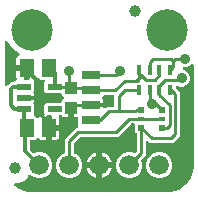
<source format=gbr>
G04 EAGLE Gerber RS-274X export*
G75*
%MOMM*%
%FSLAX34Y34*%
%LPD*%
%INTop Copper*%
%IPPOS*%
%AMOC8*
5,1,8,0,0,1.08239X$1,22.5*%
G01*
%ADD10C,3.516000*%
%ADD11C,1.000000*%
%ADD12R,1.240000X1.500000*%
%ADD13R,1.200000X0.550000*%
%ADD14R,1.000000X1.075000*%
%ADD15C,1.676400*%
%ADD16R,0.450000X0.900000*%
%ADD17R,0.500000X0.500000*%
%ADD18R,0.500000X0.400000*%
%ADD19R,1.600000X0.700000*%
%ADD20C,0.304800*%
%ADD21C,0.906400*%
%ADD22C,0.254000*%

G36*
X138261Y2551D02*
X138261Y2551D01*
X138344Y2552D01*
X138418Y2571D01*
X138441Y2574D01*
X139716Y2541D01*
X139726Y2542D01*
X139749Y2541D01*
X139821Y2541D01*
X139839Y2543D01*
X139888Y2543D01*
X143150Y2715D01*
X143218Y2727D01*
X143287Y2730D01*
X143444Y2766D01*
X149731Y4632D01*
X149840Y4680D01*
X149951Y4721D01*
X150004Y4752D01*
X150022Y4760D01*
X150038Y4773D01*
X150090Y4803D01*
X155493Y8521D01*
X155581Y8600D01*
X155675Y8673D01*
X155715Y8719D01*
X155730Y8733D01*
X155742Y8750D01*
X155781Y8795D01*
X159771Y14000D01*
X159830Y14103D01*
X159897Y14201D01*
X159921Y14257D01*
X159931Y14275D01*
X159936Y14294D01*
X159960Y14349D01*
X162146Y20533D01*
X162161Y20601D01*
X162185Y20665D01*
X162212Y20824D01*
X162552Y24084D01*
X162552Y24102D01*
X162559Y24216D01*
X162559Y110123D01*
X162542Y110261D01*
X162529Y110399D01*
X162522Y110418D01*
X162519Y110438D01*
X162468Y110568D01*
X162421Y110698D01*
X162410Y110715D01*
X162402Y110734D01*
X162321Y110846D01*
X162243Y110961D01*
X162227Y110975D01*
X162216Y110991D01*
X162108Y111080D01*
X162004Y111172D01*
X161986Y111181D01*
X161971Y111194D01*
X161845Y111253D01*
X161721Y111317D01*
X161701Y111321D01*
X161683Y111330D01*
X161546Y111356D01*
X161411Y111386D01*
X161390Y111386D01*
X161371Y111389D01*
X161232Y111381D01*
X161093Y111377D01*
X161073Y111371D01*
X161053Y111370D01*
X160921Y111327D01*
X160787Y111288D01*
X160770Y111278D01*
X160751Y111272D01*
X160633Y111197D01*
X160513Y111127D01*
X160492Y111108D01*
X160482Y111101D01*
X160468Y111086D01*
X160393Y111020D01*
X158946Y109574D01*
X156347Y108497D01*
X154479Y108497D01*
X154410Y108489D01*
X154340Y108490D01*
X154253Y108469D01*
X154164Y108457D01*
X154099Y108432D01*
X154031Y108415D01*
X153951Y108373D01*
X153868Y108340D01*
X153812Y108299D01*
X153750Y108267D01*
X153683Y108206D01*
X153611Y108154D01*
X153566Y108100D01*
X153515Y108053D01*
X153465Y107978D01*
X153408Y107909D01*
X153378Y107845D01*
X153340Y107787D01*
X153311Y107702D01*
X153272Y107621D01*
X153259Y107552D01*
X153237Y107486D01*
X153229Y107397D01*
X153213Y107309D01*
X153217Y107239D01*
X153211Y107169D01*
X153227Y107081D01*
X153232Y106991D01*
X153254Y106925D01*
X153266Y106856D01*
X153303Y106774D01*
X153330Y106689D01*
X153368Y106630D01*
X153396Y106566D01*
X153452Y106496D01*
X153501Y106420D01*
X153551Y106372D01*
X153595Y106318D01*
X153667Y106263D01*
X153732Y106202D01*
X153793Y106168D01*
X153849Y106126D01*
X153994Y106055D01*
X156406Y105056D01*
X158396Y103066D01*
X159473Y100467D01*
X159473Y97653D01*
X158396Y95054D01*
X156406Y93064D01*
X153807Y91987D01*
X150993Y91987D01*
X149086Y92777D01*
X149038Y92791D01*
X148993Y92812D01*
X148885Y92832D01*
X148779Y92861D01*
X148729Y92862D01*
X148680Y92871D01*
X148571Y92865D01*
X148461Y92866D01*
X148413Y92855D01*
X148363Y92852D01*
X148259Y92818D01*
X148152Y92792D01*
X148108Y92769D01*
X148061Y92754D01*
X147968Y92695D01*
X147871Y92643D01*
X147834Y92610D01*
X147792Y92583D01*
X147717Y92503D01*
X147635Y92430D01*
X147608Y92388D01*
X147574Y92352D01*
X147521Y92256D01*
X147461Y92164D01*
X147444Y92117D01*
X147420Y92073D01*
X147393Y91967D01*
X147357Y91863D01*
X147353Y91813D01*
X147341Y91765D01*
X147331Y91605D01*
X147331Y91110D01*
X147343Y91012D01*
X147346Y90913D01*
X147363Y90855D01*
X147371Y90794D01*
X147407Y90702D01*
X147435Y90607D01*
X147465Y90555D01*
X147488Y90499D01*
X147546Y90419D01*
X147596Y90333D01*
X147662Y90258D01*
X147674Y90241D01*
X147684Y90234D01*
X147702Y90213D01*
X150623Y87292D01*
X150623Y49984D01*
X145088Y44449D01*
X125432Y44449D01*
X123977Y45903D01*
X123868Y45989D01*
X123761Y46077D01*
X123742Y46086D01*
X123726Y46098D01*
X123598Y46154D01*
X123473Y46213D01*
X123453Y46217D01*
X123434Y46225D01*
X123296Y46247D01*
X123160Y46273D01*
X123140Y46271D01*
X123120Y46274D01*
X122981Y46261D01*
X122843Y46253D01*
X122824Y46247D01*
X122804Y46245D01*
X122672Y46197D01*
X122541Y46155D01*
X122523Y46144D01*
X122504Y46137D01*
X122389Y46059D01*
X122272Y45985D01*
X122258Y45970D01*
X122241Y45958D01*
X122149Y45854D01*
X122054Y45753D01*
X122044Y45735D01*
X122031Y45720D01*
X121967Y45596D01*
X121900Y45474D01*
X121895Y45455D01*
X121886Y45437D01*
X121856Y45301D01*
X121821Y45167D01*
X121819Y45138D01*
X121816Y45127D01*
X121817Y45106D01*
X121811Y45006D01*
X121811Y33872D01*
X119207Y31268D01*
X119207Y31267D01*
X118488Y30549D01*
X118470Y30526D01*
X118447Y30506D01*
X118373Y30400D01*
X118293Y30298D01*
X118281Y30270D01*
X118264Y30246D01*
X118218Y30125D01*
X118167Y30006D01*
X118162Y29977D01*
X118152Y29949D01*
X118137Y29820D01*
X118117Y29692D01*
X118120Y29662D01*
X118116Y29633D01*
X118135Y29504D01*
X118147Y29375D01*
X118157Y29347D01*
X118161Y29318D01*
X118213Y29166D01*
X118873Y27573D01*
X118873Y23227D01*
X117210Y19213D01*
X114137Y16140D01*
X110123Y14477D01*
X105777Y14477D01*
X101763Y16140D01*
X98690Y19213D01*
X97027Y23227D01*
X97027Y27573D01*
X98690Y31587D01*
X101763Y34660D01*
X105777Y36323D01*
X110123Y36323D01*
X111716Y35663D01*
X111744Y35655D01*
X111770Y35642D01*
X111897Y35613D01*
X112022Y35579D01*
X112052Y35578D01*
X112081Y35572D01*
X112211Y35576D01*
X112340Y35574D01*
X112369Y35581D01*
X112399Y35582D01*
X112523Y35618D01*
X112650Y35648D01*
X112676Y35662D01*
X112704Y35670D01*
X112816Y35736D01*
X112931Y35797D01*
X112953Y35817D01*
X112978Y35832D01*
X113099Y35938D01*
X113818Y36657D01*
X113878Y36735D01*
X113946Y36807D01*
X113975Y36860D01*
X114012Y36908D01*
X114052Y36999D01*
X114100Y37086D01*
X114115Y37144D01*
X114139Y37200D01*
X114154Y37298D01*
X114179Y37394D01*
X114185Y37494D01*
X114189Y37514D01*
X114187Y37526D01*
X114189Y37554D01*
X114189Y51962D01*
X114177Y52060D01*
X114174Y52159D01*
X114157Y52217D01*
X114149Y52277D01*
X114113Y52369D01*
X114085Y52465D01*
X114055Y52517D01*
X114032Y52573D01*
X113974Y52653D01*
X113924Y52739D01*
X113858Y52814D01*
X113846Y52830D01*
X113836Y52838D01*
X113817Y52859D01*
X112959Y53718D01*
X112959Y59690D01*
X112944Y59808D01*
X112937Y59927D01*
X112924Y59965D01*
X112919Y60006D01*
X112876Y60116D01*
X112839Y60229D01*
X112817Y60264D01*
X112802Y60301D01*
X112733Y60397D01*
X112669Y60498D01*
X112639Y60526D01*
X112616Y60559D01*
X112524Y60635D01*
X112437Y60716D01*
X112402Y60736D01*
X112371Y60761D01*
X112263Y60812D01*
X112159Y60870D01*
X112119Y60880D01*
X112083Y60897D01*
X111966Y60919D01*
X111851Y60949D01*
X111791Y60953D01*
X111771Y60957D01*
X111750Y60955D01*
X111690Y60959D01*
X110054Y60959D01*
X109956Y60947D01*
X109857Y60944D01*
X109799Y60927D01*
X109739Y60919D01*
X109647Y60883D01*
X109551Y60855D01*
X109499Y60825D01*
X109443Y60802D01*
X109363Y60744D01*
X109278Y60694D01*
X109202Y60628D01*
X109186Y60616D01*
X109178Y60606D01*
X109157Y60588D01*
X98098Y49529D01*
X66874Y49529D01*
X66776Y49517D01*
X66677Y49514D01*
X66619Y49497D01*
X66559Y49489D01*
X66467Y49453D01*
X66371Y49425D01*
X66319Y49395D01*
X66263Y49372D01*
X66183Y49314D01*
X66098Y49264D01*
X66022Y49198D01*
X66006Y49186D01*
X65998Y49176D01*
X65977Y49158D01*
X61332Y44513D01*
X61272Y44435D01*
X61204Y44363D01*
X61175Y44310D01*
X61138Y44262D01*
X61098Y44171D01*
X61050Y44084D01*
X61035Y44026D01*
X61011Y43970D01*
X60996Y43872D01*
X60971Y43776D01*
X60965Y43676D01*
X60961Y43656D01*
X60963Y43644D01*
X60961Y43616D01*
X60961Y36492D01*
X60964Y36463D01*
X60962Y36434D01*
X60984Y36305D01*
X61001Y36177D01*
X61011Y36149D01*
X61016Y36120D01*
X61070Y36002D01*
X61118Y35881D01*
X61135Y35857D01*
X61147Y35830D01*
X61228Y35729D01*
X61304Y35624D01*
X61327Y35605D01*
X61346Y35582D01*
X61449Y35504D01*
X61549Y35421D01*
X61576Y35408D01*
X61600Y35391D01*
X61744Y35320D01*
X63337Y34660D01*
X66410Y31587D01*
X68073Y27573D01*
X68073Y23227D01*
X66410Y19213D01*
X63337Y16140D01*
X59323Y14477D01*
X54977Y14477D01*
X50963Y16140D01*
X47890Y19213D01*
X46227Y23227D01*
X46227Y27573D01*
X47890Y31587D01*
X50963Y34660D01*
X52556Y35320D01*
X52581Y35334D01*
X52609Y35343D01*
X52719Y35413D01*
X52832Y35477D01*
X52853Y35498D01*
X52878Y35514D01*
X52967Y35608D01*
X53060Y35698D01*
X53076Y35724D01*
X53096Y35745D01*
X53159Y35859D01*
X53227Y35970D01*
X53235Y35998D01*
X53250Y36024D01*
X53282Y36149D01*
X53320Y36274D01*
X53322Y36303D01*
X53329Y36332D01*
X53339Y36492D01*
X53339Y47298D01*
X63192Y57151D01*
X63552Y57151D01*
X63695Y57169D01*
X63704Y57170D01*
X63787Y57175D01*
X63802Y57180D01*
X63839Y57184D01*
X63853Y57189D01*
X63867Y57191D01*
X64001Y57244D01*
X64019Y57250D01*
X64089Y57273D01*
X64101Y57281D01*
X64137Y57294D01*
X64149Y57302D01*
X64163Y57308D01*
X64279Y57392D01*
X64300Y57406D01*
X64358Y57443D01*
X64367Y57453D01*
X64399Y57474D01*
X64408Y57486D01*
X64420Y57494D01*
X64512Y57605D01*
X64529Y57625D01*
X64576Y57675D01*
X64582Y57686D01*
X64607Y57715D01*
X64614Y57728D01*
X64623Y57739D01*
X64684Y57869D01*
X64695Y57891D01*
X64730Y57953D01*
X64733Y57966D01*
X64749Y57999D01*
X64752Y58014D01*
X64759Y58027D01*
X64786Y58168D01*
X64790Y58185D01*
X64809Y58261D01*
X64810Y58282D01*
X64816Y58310D01*
X64816Y58325D01*
X64819Y58339D01*
X64816Y58376D01*
X64819Y58422D01*
X64819Y64865D01*
X64804Y64983D01*
X64797Y65102D01*
X64784Y65140D01*
X64779Y65181D01*
X64736Y65291D01*
X64699Y65404D01*
X64677Y65439D01*
X64662Y65476D01*
X64593Y65572D01*
X64529Y65673D01*
X64499Y65701D01*
X64476Y65734D01*
X64384Y65809D01*
X64297Y65891D01*
X64262Y65911D01*
X64231Y65936D01*
X64123Y65987D01*
X64019Y66045D01*
X63979Y66055D01*
X63943Y66072D01*
X63826Y66094D01*
X63711Y66124D01*
X63651Y66128D01*
X63631Y66132D01*
X63610Y66130D01*
X63550Y66134D01*
X60919Y66134D01*
X60919Y72820D01*
X60904Y72938D01*
X60897Y73057D01*
X60884Y73095D01*
X60879Y73135D01*
X60836Y73246D01*
X60799Y73359D01*
X60777Y73393D01*
X60762Y73431D01*
X60693Y73527D01*
X60629Y73628D01*
X60599Y73656D01*
X60576Y73688D01*
X60484Y73764D01*
X60397Y73846D01*
X60362Y73865D01*
X60331Y73891D01*
X60223Y73942D01*
X60119Y73999D01*
X60079Y74009D01*
X60043Y74027D01*
X59926Y74049D01*
X59811Y74079D01*
X59751Y74083D01*
X59731Y74086D01*
X59710Y74085D01*
X59650Y74089D01*
X57190Y74089D01*
X57072Y74074D01*
X56953Y74067D01*
X56915Y74054D01*
X56874Y74049D01*
X56764Y74005D01*
X56651Y73969D01*
X56616Y73947D01*
X56579Y73932D01*
X56482Y73862D01*
X56382Y73799D01*
X56354Y73769D01*
X56321Y73745D01*
X56245Y73654D01*
X56164Y73567D01*
X56144Y73532D01*
X56119Y73500D01*
X56068Y73393D01*
X56010Y73288D01*
X56000Y73249D01*
X55983Y73213D01*
X55961Y73096D01*
X55931Y72980D01*
X55927Y72920D01*
X55923Y72900D01*
X55925Y72880D01*
X55921Y72820D01*
X55921Y66134D01*
X53086Y66134D01*
X52439Y66307D01*
X51860Y66642D01*
X51387Y67115D01*
X51381Y67125D01*
X51318Y67209D01*
X51261Y67298D01*
X51222Y67335D01*
X51189Y67378D01*
X51106Y67444D01*
X51029Y67516D01*
X50982Y67542D01*
X50940Y67575D01*
X50843Y67619D01*
X50751Y67670D01*
X50699Y67683D01*
X50650Y67705D01*
X50545Y67723D01*
X50443Y67749D01*
X50357Y67754D01*
X50336Y67758D01*
X50321Y67757D01*
X50282Y67759D01*
X49517Y67759D01*
X49386Y67743D01*
X49254Y67732D01*
X49228Y67723D01*
X49201Y67719D01*
X49078Y67671D01*
X48953Y67627D01*
X48931Y67612D01*
X48906Y67602D01*
X48799Y67525D01*
X48688Y67451D01*
X48670Y67431D01*
X48648Y67416D01*
X48564Y67314D01*
X48475Y67215D01*
X48463Y67191D01*
X48446Y67171D01*
X48389Y67051D01*
X48328Y66933D01*
X48322Y66907D01*
X48310Y66883D01*
X48285Y66753D01*
X48255Y66624D01*
X48255Y66597D01*
X48250Y66571D01*
X48259Y66439D01*
X48261Y66306D01*
X48268Y66280D01*
X48270Y66253D01*
X48311Y66127D01*
X48346Y66000D01*
X48363Y65965D01*
X48368Y65951D01*
X48380Y65932D01*
X48418Y65855D01*
X48548Y65631D01*
X48721Y64984D01*
X48721Y59689D01*
X42519Y59689D01*
X42519Y66490D01*
X42504Y66608D01*
X42497Y66727D01*
X42484Y66765D01*
X42479Y66806D01*
X42435Y66916D01*
X42399Y67029D01*
X42377Y67064D01*
X42362Y67101D01*
X42292Y67197D01*
X42229Y67298D01*
X42199Y67326D01*
X42175Y67359D01*
X42084Y67435D01*
X41997Y67516D01*
X41962Y67536D01*
X41930Y67561D01*
X41823Y67612D01*
X41719Y67670D01*
X41679Y67680D01*
X41643Y67697D01*
X41526Y67719D01*
X41411Y67749D01*
X41350Y67753D01*
X41330Y67757D01*
X41310Y67755D01*
X41250Y67759D01*
X38710Y67759D01*
X38592Y67744D01*
X38473Y67737D01*
X38435Y67724D01*
X38395Y67719D01*
X38284Y67676D01*
X38171Y67639D01*
X38136Y67617D01*
X38099Y67602D01*
X38003Y67533D01*
X37902Y67469D01*
X37874Y67439D01*
X37841Y67416D01*
X37766Y67324D01*
X37684Y67237D01*
X37664Y67202D01*
X37639Y67171D01*
X37588Y67063D01*
X37530Y66959D01*
X37520Y66919D01*
X37503Y66883D01*
X37481Y66766D01*
X37451Y66651D01*
X37447Y66591D01*
X37443Y66571D01*
X37445Y66550D01*
X37441Y66490D01*
X37441Y58420D01*
X37456Y58302D01*
X37463Y58183D01*
X37476Y58145D01*
X37481Y58105D01*
X37524Y57994D01*
X37561Y57881D01*
X37583Y57846D01*
X37598Y57809D01*
X37668Y57713D01*
X37731Y57612D01*
X37761Y57584D01*
X37785Y57552D01*
X37876Y57476D01*
X37963Y57394D01*
X37998Y57375D01*
X38029Y57349D01*
X38137Y57298D01*
X38241Y57241D01*
X38281Y57230D01*
X38317Y57213D01*
X38434Y57191D01*
X38549Y57161D01*
X38610Y57157D01*
X38630Y57153D01*
X38650Y57155D01*
X38710Y57151D01*
X39981Y57151D01*
X39981Y57149D01*
X38710Y57149D01*
X38592Y57134D01*
X38473Y57127D01*
X38435Y57114D01*
X38395Y57109D01*
X38284Y57065D01*
X38171Y57029D01*
X38136Y57007D01*
X38099Y56992D01*
X38003Y56922D01*
X37902Y56859D01*
X37874Y56829D01*
X37841Y56805D01*
X37766Y56714D01*
X37684Y56627D01*
X37664Y56592D01*
X37639Y56560D01*
X37588Y56453D01*
X37530Y56349D01*
X37520Y56309D01*
X37503Y56273D01*
X37481Y56156D01*
X37451Y56041D01*
X37447Y55980D01*
X37443Y55960D01*
X37445Y55940D01*
X37444Y55934D01*
X37443Y55930D01*
X37444Y55925D01*
X37441Y55880D01*
X37441Y47109D01*
X33446Y47109D01*
X32799Y47282D01*
X32220Y47617D01*
X31747Y48090D01*
X31647Y48264D01*
X31570Y48364D01*
X31500Y48468D01*
X31475Y48490D01*
X31454Y48517D01*
X31356Y48595D01*
X31262Y48678D01*
X31232Y48694D01*
X31205Y48715D01*
X31090Y48766D01*
X30978Y48823D01*
X30945Y48830D01*
X30915Y48844D01*
X30790Y48865D01*
X30668Y48893D01*
X30634Y48892D01*
X30601Y48897D01*
X30476Y48887D01*
X30350Y48883D01*
X30318Y48874D01*
X30284Y48871D01*
X30165Y48830D01*
X30045Y48795D01*
X30016Y48778D01*
X29984Y48766D01*
X29879Y48697D01*
X29771Y48633D01*
X29734Y48601D01*
X29719Y48591D01*
X29704Y48575D01*
X29650Y48527D01*
X28232Y47109D01*
X25044Y47109D01*
X24926Y47094D01*
X24807Y47087D01*
X24769Y47074D01*
X24728Y47069D01*
X24618Y47026D01*
X24505Y46989D01*
X24470Y46967D01*
X24433Y46952D01*
X24337Y46883D01*
X24236Y46819D01*
X24208Y46789D01*
X24175Y46766D01*
X24099Y46674D01*
X24018Y46587D01*
X23998Y46552D01*
X23973Y46521D01*
X23922Y46413D01*
X23864Y46309D01*
X23854Y46269D01*
X23837Y46233D01*
X23815Y46116D01*
X23785Y46001D01*
X23781Y45941D01*
X23777Y45921D01*
X23779Y45900D01*
X23775Y45840D01*
X23775Y39649D01*
X23787Y39551D01*
X23790Y39452D01*
X23807Y39394D01*
X23815Y39334D01*
X23851Y39242D01*
X23879Y39147D01*
X23909Y39095D01*
X23932Y39038D01*
X23990Y38958D01*
X24040Y38873D01*
X24106Y38797D01*
X24118Y38781D01*
X24128Y38773D01*
X24146Y38752D01*
X26855Y36043D01*
X26879Y36025D01*
X26898Y36003D01*
X27004Y35928D01*
X27106Y35848D01*
X27134Y35837D01*
X27158Y35820D01*
X27279Y35774D01*
X27398Y35722D01*
X27427Y35717D01*
X27455Y35707D01*
X27584Y35692D01*
X27712Y35672D01*
X27742Y35675D01*
X27771Y35672D01*
X27900Y35690D01*
X28029Y35702D01*
X28057Y35712D01*
X28086Y35716D01*
X28238Y35768D01*
X29577Y36323D01*
X33923Y36323D01*
X37937Y34660D01*
X41010Y31587D01*
X42673Y27573D01*
X42673Y23227D01*
X41010Y19213D01*
X37937Y16140D01*
X33923Y14477D01*
X29577Y14477D01*
X25563Y16140D01*
X24543Y17160D01*
X24503Y17191D01*
X24470Y17228D01*
X24378Y17288D01*
X24291Y17355D01*
X24246Y17375D01*
X24204Y17402D01*
X24100Y17438D01*
X24000Y17482D01*
X23950Y17489D01*
X23903Y17505D01*
X23794Y17514D01*
X23685Y17531D01*
X23636Y17527D01*
X23586Y17531D01*
X23478Y17512D01*
X23369Y17502D01*
X23322Y17485D01*
X23273Y17476D01*
X23173Y17431D01*
X23070Y17394D01*
X23028Y17366D01*
X22983Y17346D01*
X22897Y17277D01*
X22806Y17215D01*
X22773Y17178D01*
X22735Y17147D01*
X22669Y17059D01*
X22596Y16977D01*
X22573Y16933D01*
X22543Y16893D01*
X22473Y16749D01*
X22062Y15756D01*
X18534Y12228D01*
X13925Y10319D01*
X11625Y10319D01*
X11546Y10309D01*
X11466Y10309D01*
X11389Y10289D01*
X11309Y10279D01*
X11235Y10250D01*
X11158Y10230D01*
X11088Y10192D01*
X11014Y10162D01*
X10949Y10116D01*
X10879Y10077D01*
X10821Y10023D01*
X10756Y9976D01*
X10705Y9914D01*
X10647Y9860D01*
X10605Y9792D01*
X10553Y9731D01*
X10520Y9659D01*
X10477Y9591D01*
X10452Y9515D01*
X10418Y9443D01*
X10403Y9365D01*
X10378Y9289D01*
X10373Y9209D01*
X10358Y9131D01*
X10363Y9051D01*
X10358Y8972D01*
X10373Y8893D01*
X10378Y8813D01*
X10402Y8737D01*
X10417Y8659D01*
X10451Y8587D01*
X10476Y8511D01*
X10519Y8443D01*
X10552Y8371D01*
X10603Y8309D01*
X10646Y8242D01*
X10704Y8187D01*
X10755Y8126D01*
X10877Y8025D01*
X10878Y8024D01*
X10879Y8023D01*
X14852Y5136D01*
X14956Y5079D01*
X15056Y5015D01*
X15113Y4993D01*
X15131Y4983D01*
X15151Y4978D01*
X15206Y4956D01*
X21630Y2869D01*
X21698Y2856D01*
X21764Y2833D01*
X21923Y2810D01*
X25300Y2545D01*
X25322Y2546D01*
X25400Y2541D01*
X138179Y2541D01*
X138261Y2551D01*
G37*
G36*
X30632Y65414D02*
X30632Y65414D01*
X30758Y65419D01*
X30790Y65429D01*
X30824Y65432D01*
X30942Y65475D01*
X31062Y65511D01*
X31091Y65528D01*
X31123Y65540D01*
X31227Y65610D01*
X31335Y65675D01*
X31358Y65699D01*
X31386Y65718D01*
X31469Y65812D01*
X31557Y65902D01*
X31584Y65943D01*
X31597Y65957D01*
X31606Y65976D01*
X31647Y66036D01*
X31747Y66210D01*
X32220Y66683D01*
X32799Y67018D01*
X33446Y67191D01*
X35203Y67191D01*
X35341Y67208D01*
X35479Y67221D01*
X35498Y67228D01*
X35518Y67231D01*
X35648Y67282D01*
X35779Y67329D01*
X35795Y67340D01*
X35814Y67348D01*
X35927Y67429D01*
X36042Y67507D01*
X36055Y67523D01*
X36071Y67534D01*
X36160Y67642D01*
X36252Y67746D01*
X36261Y67764D01*
X36274Y67779D01*
X36334Y67905D01*
X36397Y68029D01*
X36401Y68049D01*
X36410Y68067D01*
X36436Y68204D01*
X36466Y68339D01*
X36466Y68360D01*
X36470Y68379D01*
X36461Y68518D01*
X36457Y68657D01*
X36451Y68677D01*
X36450Y68697D01*
X36407Y68829D01*
X36368Y68963D01*
X36358Y68980D01*
X36352Y68999D01*
X36278Y69117D01*
X36210Y69231D01*
X36210Y76852D01*
X37699Y78341D01*
X49610Y78341D01*
X49728Y78356D01*
X49847Y78363D01*
X49885Y78376D01*
X49926Y78381D01*
X50036Y78424D01*
X50149Y78461D01*
X50184Y78483D01*
X50221Y78498D01*
X50317Y78567D01*
X50418Y78631D01*
X50446Y78661D01*
X50479Y78684D01*
X50555Y78776D01*
X50636Y78863D01*
X50656Y78898D01*
X50681Y78929D01*
X50732Y79037D01*
X50790Y79141D01*
X50800Y79181D01*
X50817Y79217D01*
X50839Y79334D01*
X50869Y79449D01*
X50873Y79509D01*
X50877Y79529D01*
X50875Y79550D01*
X50879Y79610D01*
X50879Y79759D01*
X51052Y80406D01*
X51387Y80985D01*
X51896Y81494D01*
X51912Y81506D01*
X52016Y81577D01*
X52038Y81602D01*
X52065Y81622D01*
X52143Y81721D01*
X52227Y81815D01*
X52242Y81845D01*
X52263Y81872D01*
X52314Y81986D01*
X52371Y82099D01*
X52379Y82131D01*
X52392Y82162D01*
X52413Y82286D01*
X52441Y82409D01*
X52440Y82443D01*
X52445Y82476D01*
X52435Y82601D01*
X52431Y82727D01*
X52422Y82759D01*
X52419Y82793D01*
X52378Y82911D01*
X52343Y83032D01*
X52326Y83061D01*
X52315Y83093D01*
X52245Y83198D01*
X52181Y83306D01*
X52149Y83343D01*
X52139Y83358D01*
X52123Y83373D01*
X52075Y83427D01*
X50879Y84623D01*
X50879Y85490D01*
X50864Y85608D01*
X50857Y85727D01*
X50844Y85765D01*
X50839Y85806D01*
X50796Y85916D01*
X50759Y86029D01*
X50737Y86064D01*
X50722Y86101D01*
X50653Y86197D01*
X50589Y86298D01*
X50559Y86326D01*
X50536Y86359D01*
X50444Y86435D01*
X50357Y86516D01*
X50322Y86536D01*
X50291Y86561D01*
X50183Y86612D01*
X50079Y86670D01*
X50039Y86680D01*
X50003Y86697D01*
X49886Y86719D01*
X49771Y86749D01*
X49711Y86753D01*
X49691Y86757D01*
X49670Y86755D01*
X49610Y86759D01*
X37699Y86759D01*
X36210Y88248D01*
X36210Y95882D01*
X36274Y95959D01*
X36283Y95978D01*
X36295Y95994D01*
X36351Y96121D01*
X36410Y96247D01*
X36414Y96267D01*
X36422Y96286D01*
X36443Y96423D01*
X36470Y96560D01*
X36468Y96580D01*
X36471Y96600D01*
X36458Y96738D01*
X36450Y96877D01*
X36444Y96896D01*
X36442Y96916D01*
X36395Y97047D01*
X36352Y97179D01*
X36341Y97197D01*
X36334Y97216D01*
X36256Y97331D01*
X36182Y97448D01*
X36167Y97462D01*
X36156Y97479D01*
X36052Y97571D01*
X35950Y97666D01*
X35932Y97676D01*
X35917Y97689D01*
X35794Y97752D01*
X35672Y97820D01*
X35652Y97825D01*
X35634Y97834D01*
X35498Y97864D01*
X35364Y97899D01*
X35336Y97901D01*
X35324Y97904D01*
X35303Y97903D01*
X35203Y97909D01*
X32728Y97909D01*
X31310Y99327D01*
X31211Y99404D01*
X31116Y99486D01*
X31086Y99501D01*
X31059Y99522D01*
X30943Y99572D01*
X30831Y99628D01*
X30798Y99635D01*
X30767Y99648D01*
X30643Y99668D01*
X30520Y99694D01*
X30486Y99693D01*
X30453Y99698D01*
X30328Y99686D01*
X30202Y99681D01*
X30170Y99671D01*
X30136Y99668D01*
X30018Y99625D01*
X29898Y99589D01*
X29869Y99572D01*
X29837Y99560D01*
X29733Y99490D01*
X29625Y99425D01*
X29602Y99401D01*
X29574Y99382D01*
X29491Y99288D01*
X29403Y99198D01*
X29376Y99157D01*
X29363Y99143D01*
X29354Y99124D01*
X29313Y99064D01*
X29213Y98890D01*
X28740Y98417D01*
X28161Y98082D01*
X27839Y97996D01*
X27716Y97946D01*
X27591Y97901D01*
X27569Y97886D01*
X27544Y97876D01*
X27438Y97797D01*
X27328Y97723D01*
X27310Y97702D01*
X27289Y97686D01*
X27206Y97584D01*
X27118Y97484D01*
X27106Y97460D01*
X27089Y97439D01*
X27033Y97319D01*
X26973Y97201D01*
X26967Y97175D01*
X26956Y97150D01*
X26933Y97020D01*
X26904Y96891D01*
X26904Y96864D01*
X26900Y96837D01*
X26909Y96705D01*
X26913Y96573D01*
X26921Y96547D01*
X26923Y96520D01*
X26965Y96394D01*
X27002Y96267D01*
X27015Y96244D01*
X27024Y96219D01*
X27096Y96107D01*
X27163Y95993D01*
X27188Y95965D01*
X27197Y95952D01*
X27213Y95937D01*
X27270Y95873D01*
X27290Y95852D01*
X27290Y88248D01*
X27149Y88107D01*
X27080Y88018D01*
X27005Y87934D01*
X26983Y87893D01*
X26954Y87855D01*
X26909Y87752D01*
X26857Y87653D01*
X26846Y87607D01*
X26827Y87563D01*
X26810Y87452D01*
X26784Y87343D01*
X26785Y87296D01*
X26778Y87249D01*
X26788Y87137D01*
X26790Y87025D01*
X26803Y86980D01*
X26807Y86933D01*
X26845Y86827D01*
X26875Y86719D01*
X26908Y86654D01*
X26915Y86633D01*
X26925Y86618D01*
X26947Y86574D01*
X27117Y86281D01*
X27290Y85634D01*
X27290Y83924D01*
X18854Y83924D01*
X18736Y83909D01*
X18617Y83902D01*
X18579Y83889D01*
X18539Y83884D01*
X18428Y83841D01*
X18315Y83804D01*
X18281Y83782D01*
X18243Y83767D01*
X18147Y83698D01*
X18046Y83634D01*
X18018Y83604D01*
X17986Y83581D01*
X17910Y83489D01*
X17828Y83402D01*
X17809Y83367D01*
X17783Y83336D01*
X17732Y83228D01*
X17675Y83124D01*
X17665Y83084D01*
X17647Y83048D01*
X17625Y82931D01*
X17595Y82816D01*
X17591Y82756D01*
X17588Y82736D01*
X17589Y82715D01*
X17585Y82655D01*
X17585Y82445D01*
X17600Y82327D01*
X17607Y82208D01*
X17620Y82170D01*
X17625Y82129D01*
X17669Y82019D01*
X17705Y81906D01*
X17727Y81871D01*
X17742Y81834D01*
X17812Y81737D01*
X17875Y81637D01*
X17905Y81609D01*
X17929Y81576D01*
X18020Y81500D01*
X18107Y81419D01*
X18142Y81399D01*
X18174Y81374D01*
X18281Y81323D01*
X18386Y81265D01*
X18425Y81255D01*
X18461Y81238D01*
X18578Y81216D01*
X18694Y81186D01*
X18754Y81182D01*
X18774Y81178D01*
X18794Y81180D01*
X18854Y81176D01*
X27290Y81176D01*
X27290Y79466D01*
X27117Y78819D01*
X26947Y78526D01*
X26903Y78422D01*
X26852Y78322D01*
X26842Y78276D01*
X26824Y78232D01*
X26807Y78121D01*
X26783Y78012D01*
X26784Y77965D01*
X26777Y77918D01*
X26789Y77806D01*
X26792Y77694D01*
X26805Y77648D01*
X26810Y77602D01*
X26850Y77496D01*
X26881Y77388D01*
X26905Y77348D01*
X26921Y77303D01*
X26985Y77211D01*
X27042Y77114D01*
X27090Y77060D01*
X27102Y77042D01*
X27116Y77030D01*
X27149Y76993D01*
X27290Y76852D01*
X27290Y69218D01*
X27226Y69141D01*
X27217Y69122D01*
X27205Y69106D01*
X27149Y68979D01*
X27090Y68853D01*
X27086Y68833D01*
X27078Y68814D01*
X27057Y68677D01*
X27030Y68540D01*
X27032Y68520D01*
X27029Y68500D01*
X27042Y68362D01*
X27050Y68223D01*
X27056Y68204D01*
X27058Y68184D01*
X27105Y68053D01*
X27148Y67921D01*
X27159Y67903D01*
X27166Y67884D01*
X27244Y67769D01*
X27318Y67652D01*
X27333Y67638D01*
X27344Y67621D01*
X27448Y67529D01*
X27550Y67434D01*
X27568Y67424D01*
X27583Y67411D01*
X27706Y67348D01*
X27828Y67280D01*
X27848Y67275D01*
X27866Y67266D01*
X28002Y67236D01*
X28136Y67201D01*
X28164Y67199D01*
X28176Y67196D01*
X28197Y67197D01*
X28228Y67195D01*
X29650Y65773D01*
X29749Y65696D01*
X29844Y65614D01*
X29874Y65599D01*
X29901Y65578D01*
X30017Y65528D01*
X30129Y65472D01*
X30162Y65465D01*
X30193Y65452D01*
X30317Y65432D01*
X30440Y65406D01*
X30474Y65407D01*
X30507Y65402D01*
X30632Y65414D01*
G37*
G36*
X3868Y92645D02*
X3868Y92645D01*
X4007Y92649D01*
X4027Y92655D01*
X4047Y92656D01*
X4179Y92699D01*
X4313Y92738D01*
X4330Y92748D01*
X4349Y92754D01*
X4443Y92814D01*
X4445Y92814D01*
X4448Y92817D01*
X4467Y92829D01*
X4587Y92899D01*
X4608Y92918D01*
X4618Y92925D01*
X4632Y92940D01*
X4708Y93006D01*
X5064Y93362D01*
X7062Y95360D01*
X7816Y96115D01*
X9945Y96115D01*
X10043Y96127D01*
X10142Y96130D01*
X10200Y96147D01*
X10260Y96155D01*
X10352Y96191D01*
X10448Y96219D01*
X10500Y96249D01*
X10556Y96272D01*
X10636Y96330D01*
X10721Y96380D01*
X10797Y96446D01*
X10813Y96458D01*
X10821Y96468D01*
X10842Y96486D01*
X11733Y97377D01*
X11759Y97381D01*
X11882Y97429D01*
X12007Y97473D01*
X12029Y97488D01*
X12054Y97498D01*
X12161Y97575D01*
X12272Y97649D01*
X12290Y97669D01*
X12312Y97684D01*
X12396Y97786D01*
X12485Y97885D01*
X12497Y97909D01*
X12514Y97929D01*
X12571Y98049D01*
X12632Y98167D01*
X12638Y98193D01*
X12650Y98217D01*
X12675Y98347D01*
X12705Y98476D01*
X12705Y98503D01*
X12710Y98529D01*
X12701Y98661D01*
X12699Y98794D01*
X12692Y98820D01*
X12690Y98847D01*
X12649Y98973D01*
X12614Y99100D01*
X12597Y99135D01*
X12592Y99149D01*
X12580Y99168D01*
X12542Y99245D01*
X12412Y99469D01*
X12239Y100116D01*
X12239Y105411D01*
X18441Y105411D01*
X18441Y98610D01*
X18456Y98492D01*
X18463Y98373D01*
X18476Y98335D01*
X18481Y98294D01*
X18524Y98184D01*
X18561Y98071D01*
X18583Y98036D01*
X18598Y97999D01*
X18668Y97903D01*
X18731Y97802D01*
X18761Y97774D01*
X18785Y97741D01*
X18876Y97665D01*
X18963Y97584D01*
X18998Y97564D01*
X19029Y97539D01*
X19137Y97488D01*
X19241Y97430D01*
X19281Y97420D01*
X19317Y97403D01*
X19434Y97381D01*
X19549Y97351D01*
X19610Y97347D01*
X19630Y97343D01*
X19650Y97345D01*
X19710Y97341D01*
X22250Y97341D01*
X22368Y97356D01*
X22487Y97363D01*
X22525Y97376D01*
X22565Y97381D01*
X22676Y97424D01*
X22789Y97461D01*
X22824Y97483D01*
X22861Y97498D01*
X22957Y97567D01*
X23058Y97631D01*
X23086Y97661D01*
X23118Y97684D01*
X23194Y97776D01*
X23276Y97863D01*
X23295Y97898D01*
X23321Y97929D01*
X23372Y98037D01*
X23429Y98141D01*
X23440Y98181D01*
X23457Y98217D01*
X23479Y98334D01*
X23509Y98449D01*
X23513Y98509D01*
X23517Y98529D01*
X23515Y98550D01*
X23519Y98610D01*
X23519Y106680D01*
X23504Y106798D01*
X23497Y106917D01*
X23484Y106955D01*
X23479Y106995D01*
X23435Y107106D01*
X23399Y107219D01*
X23377Y107254D01*
X23362Y107291D01*
X23292Y107387D01*
X23229Y107488D01*
X23199Y107516D01*
X23175Y107548D01*
X23084Y107624D01*
X22997Y107706D01*
X22962Y107725D01*
X22930Y107751D01*
X22823Y107802D01*
X22719Y107859D01*
X22679Y107870D01*
X22643Y107887D01*
X22526Y107909D01*
X22411Y107939D01*
X22350Y107943D01*
X22330Y107947D01*
X22310Y107945D01*
X22250Y107949D01*
X20979Y107949D01*
X20979Y109220D01*
X20964Y109338D01*
X20957Y109457D01*
X20944Y109495D01*
X20939Y109535D01*
X20895Y109646D01*
X20859Y109759D01*
X20837Y109794D01*
X20822Y109831D01*
X20752Y109927D01*
X20689Y110028D01*
X20659Y110056D01*
X20635Y110088D01*
X20544Y110164D01*
X20457Y110246D01*
X20422Y110265D01*
X20390Y110291D01*
X20283Y110342D01*
X20179Y110399D01*
X20139Y110410D01*
X20103Y110427D01*
X19986Y110449D01*
X19871Y110479D01*
X19810Y110483D01*
X19790Y110487D01*
X19770Y110485D01*
X19710Y110489D01*
X12239Y110489D01*
X12239Y115784D01*
X12412Y116431D01*
X12747Y117010D01*
X13220Y117483D01*
X13799Y117818D01*
X14176Y117919D01*
X14267Y117955D01*
X14360Y117983D01*
X14413Y118015D01*
X14471Y118039D01*
X14549Y118097D01*
X14633Y118147D01*
X14676Y118191D01*
X14726Y118228D01*
X14787Y118304D01*
X14856Y118374D01*
X14887Y118427D01*
X14926Y118475D01*
X14967Y118564D01*
X15016Y118649D01*
X15033Y118708D01*
X15059Y118764D01*
X15076Y118861D01*
X15103Y118955D01*
X15104Y119017D01*
X15115Y119077D01*
X15108Y119175D01*
X15110Y119273D01*
X15096Y119333D01*
X15092Y119395D01*
X15061Y119487D01*
X15039Y119583D01*
X15010Y119638D01*
X14991Y119696D01*
X14938Y119778D01*
X14893Y119865D01*
X14851Y119911D01*
X14818Y119963D01*
X14746Y120029D01*
X14681Y120102D01*
X14598Y120165D01*
X14584Y120178D01*
X14574Y120184D01*
X14553Y120200D01*
X9366Y123666D01*
X4865Y130401D01*
X4797Y130480D01*
X4736Y130565D01*
X4693Y130600D01*
X4657Y130641D01*
X4571Y130701D01*
X4491Y130767D01*
X4441Y130791D01*
X4395Y130822D01*
X4297Y130858D01*
X4203Y130903D01*
X4149Y130913D01*
X4097Y130932D01*
X3993Y130943D01*
X3890Y130963D01*
X3835Y130959D01*
X3781Y130965D01*
X3677Y130949D01*
X3573Y130943D01*
X3521Y130926D01*
X3466Y130918D01*
X3370Y130877D01*
X3271Y130845D01*
X3224Y130815D01*
X3173Y130794D01*
X3090Y130731D01*
X3002Y130675D01*
X2964Y130635D01*
X2920Y130601D01*
X2855Y130519D01*
X2784Y130443D01*
X2757Y130395D01*
X2723Y130352D01*
X2681Y130256D01*
X2630Y130165D01*
X2617Y130111D01*
X2594Y130061D01*
X2577Y129958D01*
X2551Y129857D01*
X2545Y129769D01*
X2542Y129747D01*
X2543Y129732D01*
X2541Y129696D01*
X2541Y93903D01*
X2558Y93765D01*
X2559Y93759D01*
X2563Y93690D01*
X2566Y93680D01*
X2571Y93627D01*
X2578Y93608D01*
X2581Y93588D01*
X2632Y93458D01*
X2679Y93328D01*
X2690Y93311D01*
X2698Y93292D01*
X2779Y93180D01*
X2857Y93064D01*
X2873Y93051D01*
X2884Y93035D01*
X2992Y92946D01*
X3096Y92854D01*
X3114Y92845D01*
X3129Y92832D01*
X3255Y92773D01*
X3379Y92709D01*
X3399Y92705D01*
X3417Y92696D01*
X3553Y92670D01*
X3689Y92640D01*
X3710Y92640D01*
X3729Y92637D01*
X3868Y92645D01*
G37*
%LPC*%
G36*
X131177Y14477D02*
X131177Y14477D01*
X127163Y16140D01*
X124090Y19213D01*
X122427Y23227D01*
X122427Y27573D01*
X124090Y31587D01*
X127163Y34660D01*
X131177Y36323D01*
X135523Y36323D01*
X139537Y34660D01*
X142610Y31587D01*
X144273Y27573D01*
X144273Y23227D01*
X142610Y19213D01*
X139537Y16140D01*
X135523Y14477D01*
X131177Y14477D01*
G37*
%LPD*%
G36*
X87228Y73616D02*
X87228Y73616D01*
X87367Y73620D01*
X87387Y73626D01*
X87407Y73627D01*
X87539Y73670D01*
X87673Y73709D01*
X87690Y73719D01*
X87709Y73725D01*
X87779Y73769D01*
X87795Y73776D01*
X87833Y73803D01*
X87947Y73870D01*
X87968Y73889D01*
X87978Y73895D01*
X87992Y73910D01*
X88046Y73958D01*
X88052Y73962D01*
X88055Y73966D01*
X88067Y73977D01*
X88902Y74811D01*
X93980Y74811D01*
X94098Y74826D01*
X94217Y74833D01*
X94255Y74846D01*
X94296Y74851D01*
X94406Y74894D01*
X94519Y74931D01*
X94554Y74953D01*
X94591Y74968D01*
X94687Y75037D01*
X94788Y75101D01*
X94816Y75131D01*
X94849Y75154D01*
X94925Y75246D01*
X95006Y75333D01*
X95026Y75368D01*
X95051Y75399D01*
X95102Y75507D01*
X95160Y75611D01*
X95170Y75651D01*
X95187Y75687D01*
X95209Y75804D01*
X95239Y75919D01*
X95243Y75979D01*
X95247Y75999D01*
X95245Y76020D01*
X95249Y76080D01*
X95249Y83820D01*
X95234Y83938D01*
X95227Y84057D01*
X95214Y84095D01*
X95209Y84136D01*
X95166Y84246D01*
X95129Y84359D01*
X95107Y84394D01*
X95092Y84431D01*
X95023Y84527D01*
X94959Y84628D01*
X94929Y84656D01*
X94906Y84689D01*
X94814Y84765D01*
X94727Y84846D01*
X94692Y84866D01*
X94661Y84891D01*
X94553Y84942D01*
X94449Y85000D01*
X94409Y85010D01*
X94373Y85027D01*
X94256Y85049D01*
X94141Y85079D01*
X94081Y85083D01*
X94061Y85087D01*
X94040Y85085D01*
X93980Y85089D01*
X87168Y85089D01*
X87070Y85077D01*
X86971Y85074D01*
X86913Y85057D01*
X86853Y85049D01*
X86761Y85013D01*
X86665Y84985D01*
X86613Y84955D01*
X86557Y84932D01*
X86477Y84874D01*
X86391Y84824D01*
X86316Y84758D01*
X86300Y84746D01*
X86292Y84736D01*
X86271Y84718D01*
X85001Y83447D01*
X84927Y83353D01*
X84849Y83264D01*
X84831Y83228D01*
X84806Y83196D01*
X84758Y83087D01*
X84704Y82981D01*
X84695Y82941D01*
X84679Y82904D01*
X84661Y82787D01*
X84635Y82671D01*
X84636Y82630D01*
X84629Y82590D01*
X84641Y82471D01*
X84644Y82353D01*
X84655Y82314D01*
X84659Y82274D01*
X84700Y82161D01*
X84733Y82047D01*
X84753Y82012D01*
X84767Y81974D01*
X84834Y81876D01*
X84894Y81773D01*
X84934Y81728D01*
X84945Y81711D01*
X84961Y81698D01*
X85001Y81652D01*
X85393Y81260D01*
X85728Y80681D01*
X85901Y80034D01*
X85901Y77949D01*
X75840Y77949D01*
X75722Y77934D01*
X75603Y77927D01*
X75565Y77914D01*
X75525Y77909D01*
X75414Y77866D01*
X75301Y77829D01*
X75267Y77807D01*
X75229Y77792D01*
X75133Y77723D01*
X75032Y77659D01*
X75004Y77629D01*
X74972Y77606D01*
X74896Y77514D01*
X74814Y77427D01*
X74795Y77392D01*
X74769Y77361D01*
X74718Y77253D01*
X74661Y77149D01*
X74651Y77109D01*
X74633Y77073D01*
X74611Y76956D01*
X74581Y76841D01*
X74577Y76781D01*
X74574Y76761D01*
X74575Y76740D01*
X74571Y76680D01*
X74571Y75720D01*
X74586Y75602D01*
X74593Y75483D01*
X74606Y75445D01*
X74611Y75404D01*
X74655Y75294D01*
X74691Y75181D01*
X74713Y75146D01*
X74728Y75109D01*
X74798Y75012D01*
X74861Y74912D01*
X74891Y74884D01*
X74915Y74851D01*
X75006Y74775D01*
X75093Y74694D01*
X75128Y74674D01*
X75160Y74649D01*
X75267Y74598D01*
X75372Y74540D01*
X75411Y74530D01*
X75447Y74513D01*
X75564Y74491D01*
X75680Y74461D01*
X75740Y74457D01*
X75760Y74453D01*
X75780Y74455D01*
X75840Y74451D01*
X85983Y74451D01*
X85992Y74429D01*
X86039Y74298D01*
X86050Y74282D01*
X86058Y74263D01*
X86139Y74151D01*
X86217Y74035D01*
X86233Y74022D01*
X86244Y74006D01*
X86352Y73917D01*
X86456Y73825D01*
X86474Y73816D01*
X86489Y73803D01*
X86615Y73743D01*
X86739Y73680D01*
X86759Y73676D01*
X86777Y73667D01*
X86914Y73641D01*
X87049Y73611D01*
X87070Y73611D01*
X87089Y73607D01*
X87228Y73616D01*
G37*
%LPC*%
G36*
X85049Y27899D02*
X85049Y27899D01*
X85049Y36063D01*
X85108Y36054D01*
X86743Y35523D01*
X88275Y34742D01*
X89666Y33731D01*
X90881Y32516D01*
X91892Y31125D01*
X92673Y29593D01*
X93204Y27958D01*
X93213Y27899D01*
X85049Y27899D01*
G37*
%LPD*%
%LPC*%
G36*
X71887Y27899D02*
X71887Y27899D01*
X71896Y27958D01*
X72427Y29593D01*
X73208Y31125D01*
X74219Y32516D01*
X75434Y33731D01*
X76825Y34742D01*
X78357Y35523D01*
X79992Y36054D01*
X80051Y36063D01*
X80051Y27899D01*
X71887Y27899D01*
G37*
%LPD*%
%LPC*%
G36*
X85049Y22901D02*
X85049Y22901D01*
X93213Y22901D01*
X93204Y22842D01*
X92673Y21207D01*
X91892Y19675D01*
X90881Y18284D01*
X89666Y17069D01*
X88275Y16058D01*
X86743Y15277D01*
X85108Y14746D01*
X85049Y14737D01*
X85049Y22901D01*
G37*
%LPD*%
%LPC*%
G36*
X79992Y14746D02*
X79992Y14746D01*
X78357Y15277D01*
X76825Y16058D01*
X75434Y17069D01*
X74219Y18284D01*
X73208Y19675D01*
X72427Y21207D01*
X71896Y22842D01*
X71887Y22901D01*
X80051Y22901D01*
X80051Y14737D01*
X79992Y14746D01*
G37*
%LPD*%
%LPC*%
G36*
X42519Y47109D02*
X42519Y47109D01*
X42519Y54611D01*
X48721Y54611D01*
X48721Y49316D01*
X48548Y48669D01*
X48213Y48090D01*
X47740Y47617D01*
X47161Y47282D01*
X46514Y47109D01*
X42519Y47109D01*
G37*
%LPD*%
D10*
X25400Y139700D03*
X139700Y139700D03*
D11*
X113030Y156210D03*
X11430Y22860D03*
D12*
X20980Y57150D03*
X39980Y57150D03*
D13*
X18749Y92050D03*
X18749Y82550D03*
X18749Y73050D03*
X44751Y73050D03*
X44751Y92050D03*
D12*
X39980Y107950D03*
X20980Y107950D03*
D14*
X58420Y91050D03*
X58420Y74050D03*
D15*
X31750Y25400D03*
X57150Y25400D03*
X82550Y25400D03*
X107950Y25400D03*
X133350Y25400D03*
D16*
X142540Y89290D03*
X142540Y106290D03*
X133540Y89290D03*
X125540Y89290D03*
X116540Y89290D03*
X116540Y106290D03*
X133540Y106290D03*
X125540Y106290D03*
D17*
X136000Y57270D03*
D18*
X136000Y64770D03*
D17*
X136000Y72270D03*
X118000Y72270D03*
D18*
X118000Y64770D03*
D17*
X118000Y57270D03*
D19*
X75360Y101600D03*
X75360Y88900D03*
X75360Y76200D03*
X75360Y63500D03*
D20*
X31750Y82550D02*
X31750Y95250D01*
X20980Y106020D02*
X20980Y107950D01*
X20980Y106020D02*
X31750Y95250D01*
X39980Y61620D02*
X39980Y57150D01*
X39980Y61620D02*
X31750Y69850D01*
X31750Y82550D01*
D21*
X7620Y107950D03*
X33020Y82550D03*
D20*
X31750Y82550D02*
X18749Y82550D01*
D22*
X60570Y76200D02*
X75360Y76200D01*
X60570Y76200D02*
X58420Y74050D01*
D21*
X127064Y77470D03*
D22*
X128260Y80010D02*
X136000Y72270D01*
X128260Y80010D02*
X125540Y80010D01*
X125540Y77470D02*
X127064Y77470D01*
X125540Y80010D02*
X125540Y89290D01*
X125540Y80010D02*
X125540Y77470D01*
X118000Y57270D02*
X127010Y48260D01*
X143510Y48260D01*
X146812Y85714D02*
X143236Y89290D01*
X142540Y89290D01*
X146812Y51562D02*
X143510Y48260D01*
X146812Y51562D02*
X146812Y85714D01*
X118000Y35450D02*
X107950Y25400D01*
X118000Y35450D02*
X118000Y57270D01*
D20*
X31750Y25400D02*
X19710Y37440D01*
X19710Y55880D02*
X20980Y57150D01*
X19710Y55880D02*
X19710Y37440D01*
X20980Y57150D02*
X18749Y59381D01*
X18749Y73050D01*
X10770Y73050D01*
X7620Y76200D01*
X7620Y90170D01*
X9500Y92050D01*
D22*
X128270Y115570D02*
X143510Y115570D01*
D21*
X154940Y115570D03*
D22*
X146650Y115570D01*
D20*
X9500Y92050D02*
X9500Y92050D01*
X18749Y92050D01*
D22*
X143510Y115570D02*
X145080Y114000D01*
X143510Y115570D02*
X143510Y115570D01*
X145080Y114000D02*
X146650Y115570D01*
X145080Y114000D02*
X145080Y114000D01*
X125540Y112840D02*
X125540Y106290D01*
X125540Y112840D02*
X128270Y115570D01*
X145080Y114000D02*
X145080Y108830D01*
X142540Y106290D01*
X133540Y89290D02*
X133540Y84900D01*
X142240Y76200D01*
X142240Y59690D01*
X139820Y57270D01*
X136000Y57270D01*
X133540Y89290D02*
X133540Y92900D01*
X138430Y97790D01*
X151130Y97790D02*
X152400Y99060D01*
X151130Y97790D02*
X138430Y97790D01*
X96520Y101600D02*
X75360Y101600D01*
X96520Y101600D02*
X100330Y105410D01*
D21*
X100330Y105410D03*
X152400Y99060D03*
D22*
X90480Y71000D02*
X82980Y63500D01*
X75360Y63500D01*
X114190Y72270D02*
X118000Y72270D01*
X114190Y72270D02*
X112920Y71000D01*
X97790Y71000D01*
X90480Y71000D01*
X99060Y83820D02*
X104530Y89290D01*
X99060Y83820D02*
X99060Y72270D01*
X97790Y71000D01*
X104530Y89290D02*
X116540Y89290D01*
D20*
X44751Y92050D02*
X44751Y103179D01*
X39980Y107950D01*
D22*
X133540Y106290D02*
X133540Y101790D01*
X129540Y97790D01*
X121920Y97790D01*
X116540Y98090D02*
X116540Y106290D01*
X119080Y100630D02*
X121920Y97790D01*
X118000Y64770D02*
X136000Y64770D01*
D20*
X115796Y97346D02*
X116540Y98090D01*
X119080Y100630D01*
D22*
X57420Y92050D02*
X44751Y92050D01*
X57420Y92050D02*
X58420Y91050D01*
X73210Y91050D01*
X75360Y88900D01*
X95840Y88900D01*
X104032Y97092D01*
X115542Y97092D01*
X115796Y97346D01*
X107950Y64770D02*
X96520Y53340D01*
X64770Y53340D01*
X107950Y64770D02*
X118000Y64770D01*
X64770Y53340D02*
X57150Y45720D01*
X58420Y91050D02*
X57150Y92320D01*
X57150Y105410D01*
D21*
X57150Y105410D03*
D22*
X57150Y45720D02*
X57150Y25400D01*
M02*

</source>
